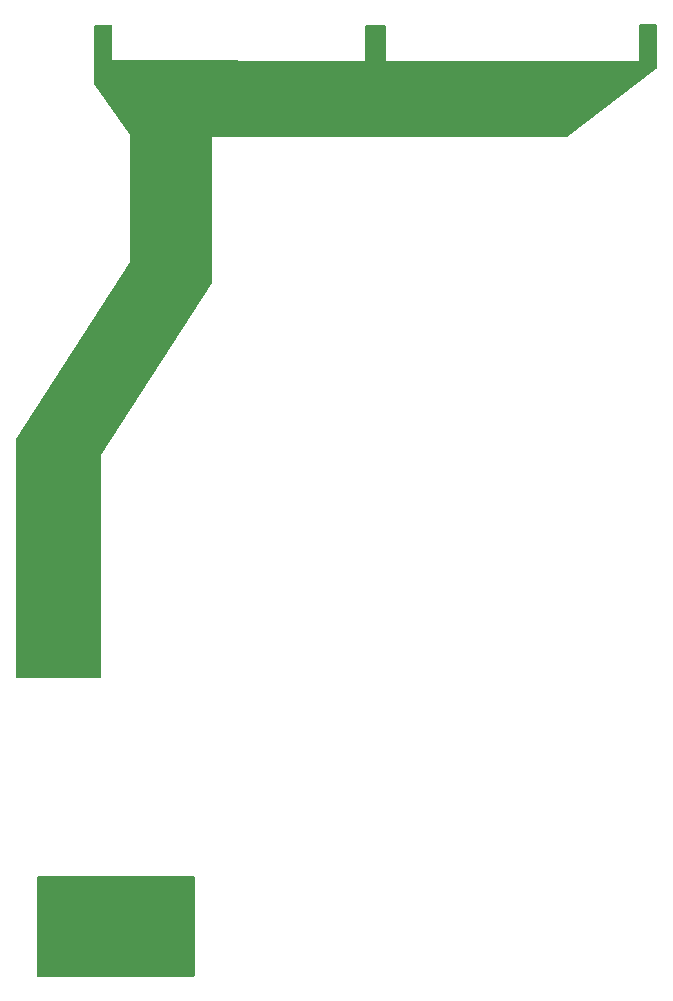
<source format=gbr>
%TF.GenerationSoftware,KiCad,Pcbnew,9.0.0*%
%TF.CreationDate,2025-05-17T17:18:32+03:00*%
%TF.ProjectId,Inverter,496e7665-7274-4657-922e-6b696361645f,rev?*%
%TF.SameCoordinates,Original*%
%TF.FileFunction,Paste,Bot*%
%TF.FilePolarity,Positive*%
%FSLAX46Y46*%
G04 Gerber Fmt 4.6, Leading zero omitted, Abs format (unit mm)*
G04 Created by KiCad (PCBNEW 9.0.0) date 2025-05-17 17:18:32*
%MOMM*%
%LPD*%
G01*
G04 APERTURE LIST*
G04 APERTURE END LIST*
G36*
X169475500Y-59544962D02*
G01*
X169530038Y-59599500D01*
X169550000Y-59674000D01*
X169550000Y-63201293D01*
X169530038Y-63275793D01*
X169491416Y-63319725D01*
X161953481Y-69074493D01*
X161882151Y-69103833D01*
X161863186Y-69105061D01*
X131850000Y-69129482D01*
X131850000Y-81397977D01*
X131830038Y-81472477D01*
X131826218Y-81478733D01*
X122451475Y-96014851D01*
X122478052Y-114725788D01*
X122458195Y-114800317D01*
X122403735Y-114854932D01*
X122329264Y-114875000D01*
X115424000Y-114875000D01*
X115349500Y-114855038D01*
X115294962Y-114800500D01*
X115275000Y-114726000D01*
X115275000Y-94729987D01*
X115294962Y-94655487D01*
X115298600Y-94649515D01*
X124900000Y-79687532D01*
X124900000Y-68925000D01*
X121901464Y-64563493D01*
X121875707Y-64490792D01*
X121875248Y-64478287D01*
X121900542Y-59723207D01*
X121920900Y-59648815D01*
X121975727Y-59594568D01*
X122049540Y-59575000D01*
X123251000Y-59575000D01*
X123325500Y-59594962D01*
X123380038Y-59649500D01*
X123400000Y-59724000D01*
X123400000Y-62598628D01*
X144800000Y-62624694D01*
X144800000Y-59774000D01*
X144819962Y-59699500D01*
X144874500Y-59644962D01*
X144949000Y-59625000D01*
X146451000Y-59625000D01*
X146525500Y-59644962D01*
X146580038Y-59699500D01*
X146600000Y-59774000D01*
X146600000Y-62625000D01*
X168000000Y-62625000D01*
X168000000Y-59674000D01*
X168019962Y-59599500D01*
X168074500Y-59544962D01*
X168149000Y-59525000D01*
X169401000Y-59525000D01*
X169475500Y-59544962D01*
G37*
G36*
X130343039Y-131694685D02*
G01*
X130388794Y-131747489D01*
X130400000Y-131799000D01*
X130400000Y-140101000D01*
X130380315Y-140168039D01*
X130327511Y-140213794D01*
X130276000Y-140225000D01*
X117174000Y-140225000D01*
X117106961Y-140205315D01*
X117061206Y-140152511D01*
X117050000Y-140101000D01*
X117050000Y-131799000D01*
X117069685Y-131731961D01*
X117122489Y-131686206D01*
X117174000Y-131675000D01*
X130276000Y-131675000D01*
X130343039Y-131694685D01*
G37*
M02*

</source>
